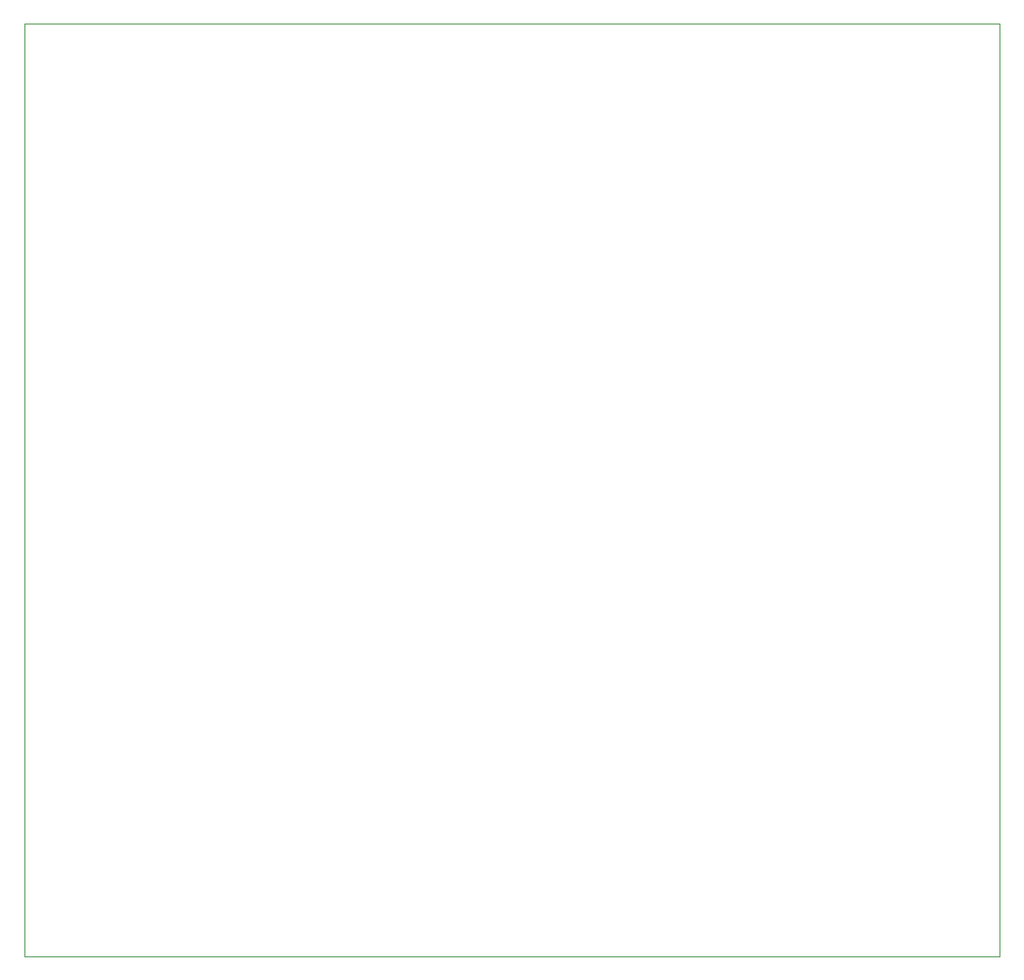
<source format=gm1>
%TF.GenerationSoftware,KiCad,Pcbnew,8.0.6*%
%TF.CreationDate,2025-01-02T11:50:31+01:00*%
%TF.ProjectId,Pcb pami 2025,50636220-7061-46d6-9920-323032352e6b,rev?*%
%TF.SameCoordinates,Original*%
%TF.FileFunction,Profile,NP*%
%FSLAX46Y46*%
G04 Gerber Fmt 4.6, Leading zero omitted, Abs format (unit mm)*
G04 Created by KiCad (PCBNEW 8.0.6) date 2025-01-02 11:50:31*
%MOMM*%
%LPD*%
G01*
G04 APERTURE LIST*
%TA.AperFunction,Profile*%
%ADD10C,0.050000*%
%TD*%
G04 APERTURE END LIST*
D10*
X61750000Y-20460000D02*
X156223692Y-20460000D01*
X156223692Y-110883692D01*
X61750000Y-110883692D01*
X61750000Y-20460000D01*
M02*

</source>
